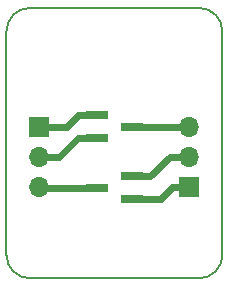
<source format=gbr>
G04 #@! TF.GenerationSoftware,KiCad,Pcbnew,5.0.1-33cea8e~68~ubuntu18.10.1*
G04 #@! TF.CreationDate,2018-11-20T09:40:52+02:00*
G04 #@! TF.ProjectId,BRK-SOT-23-3,42524B2D534F542D32332D332E6B6963,v1.0*
G04 #@! TF.SameCoordinates,Original*
G04 #@! TF.FileFunction,Copper,L1,Top,Signal*
G04 #@! TF.FilePolarity,Positive*
%FSLAX46Y46*%
G04 Gerber Fmt 4.6, Leading zero omitted, Abs format (unit mm)*
G04 Created by KiCad (PCBNEW 5.0.1-33cea8e~68~ubuntu18.10.1) date ti 20. marraskuuta 2018 09.40.52*
%MOMM*%
%LPD*%
G01*
G04 APERTURE LIST*
G04 #@! TA.AperFunction,NonConductor*
%ADD10C,0.150000*%
G04 #@! TD*
G04 #@! TA.AperFunction,ComponentPad*
%ADD11O,1.700000X1.700000*%
G04 #@! TD*
G04 #@! TA.AperFunction,ComponentPad*
%ADD12R,1.700000X1.700000*%
G04 #@! TD*
G04 #@! TA.AperFunction,SMDPad,CuDef*
%ADD13R,1.900000X0.800000*%
G04 #@! TD*
G04 #@! TA.AperFunction,Conductor*
%ADD14C,0.600000*%
G04 #@! TD*
G04 APERTURE END LIST*
D10*
X68300000Y-70900000D02*
G75*
G02X66300000Y-72900000I-2000000J0D01*
G01*
X52000000Y-72900000D02*
G75*
G02X50000000Y-70900000I0J2000000D01*
G01*
X66300000Y-50000000D02*
G75*
G02X68300000Y-52000000I0J-2000000D01*
G01*
X50000000Y-52000000D02*
G75*
G02X52000000Y-50000000I2000000J0D01*
G01*
X66300000Y-72900000D02*
X52000000Y-72900000D01*
X68300000Y-52000000D02*
X68300000Y-70900000D01*
X52000000Y-50000000D02*
X66300000Y-50000000D01*
X50000000Y-70900000D02*
X50000000Y-52000000D01*
D11*
G04 #@! TO.P,J2,3*
G04 #@! TO.N,Net-(J2-Pad3)*
X65500000Y-60100000D03*
G04 #@! TO.P,J2,2*
G04 #@! TO.N,Net-(J2-Pad2)*
X65500000Y-62640000D03*
D12*
G04 #@! TO.P,J2,1*
G04 #@! TO.N,Net-(J2-Pad1)*
X65500000Y-65180000D03*
G04 #@! TD*
G04 #@! TO.P,J1,1*
G04 #@! TO.N,Net-(J1-Pad1)*
X52800000Y-60100000D03*
D11*
G04 #@! TO.P,J1,2*
G04 #@! TO.N,Net-(J1-Pad2)*
X52800000Y-62640000D03*
G04 #@! TO.P,J1,3*
G04 #@! TO.N,Net-(J1-Pad3)*
X52800000Y-65180000D03*
G04 #@! TD*
D13*
G04 #@! TO.P,U2,3*
G04 #@! TO.N,Net-(J1-Pad3)*
X57650000Y-65230000D03*
G04 #@! TO.P,U2,2*
G04 #@! TO.N,Net-(J2-Pad2)*
X60650000Y-64280000D03*
G04 #@! TO.P,U2,1*
G04 #@! TO.N,Net-(J2-Pad1)*
X60650000Y-66180000D03*
G04 #@! TD*
G04 #@! TO.P,U1,1*
G04 #@! TO.N,Net-(J1-Pad1)*
X57650000Y-59100000D03*
G04 #@! TO.P,U1,2*
G04 #@! TO.N,Net-(J1-Pad2)*
X57650000Y-61000000D03*
G04 #@! TO.P,U1,3*
G04 #@! TO.N,Net-(J2-Pad3)*
X60650000Y-60050000D03*
G04 #@! TD*
D14*
G04 #@! TO.N,Net-(J1-Pad1)*
X56100000Y-59100000D02*
X55100000Y-60100000D01*
X57650000Y-59100000D02*
X56100000Y-59100000D01*
X55100000Y-60100000D02*
X52800000Y-60100000D01*
G04 #@! TO.N,Net-(J1-Pad2)*
X56100000Y-61000000D02*
X54450000Y-62650000D01*
X57650000Y-61000000D02*
X56100000Y-61000000D01*
X54440000Y-62640000D02*
X52800000Y-62640000D01*
X54450000Y-62650000D02*
X54440000Y-62640000D01*
G04 #@! TO.N,Net-(J2-Pad3)*
X65450000Y-60050000D02*
X65500000Y-60100000D01*
X60650000Y-60050000D02*
X65450000Y-60050000D01*
G04 #@! TO.N,Net-(J1-Pad3)*
X52850000Y-65230000D02*
X52800000Y-65180000D01*
X57650000Y-65230000D02*
X52850000Y-65230000D01*
G04 #@! TO.N,Net-(J2-Pad2)*
X63840000Y-62640000D02*
X65500000Y-62640000D01*
X60650000Y-64280000D02*
X62200000Y-64280000D01*
X62200000Y-64280000D02*
X63840000Y-62640000D01*
G04 #@! TO.N,Net-(J2-Pad1)*
X60650000Y-66180000D02*
X63070000Y-66180000D01*
X63070000Y-66180000D02*
X64050000Y-65200000D01*
X65480000Y-65200000D02*
X65500000Y-65180000D01*
X64050000Y-65200000D02*
X65480000Y-65200000D01*
G04 #@! TD*
M02*

</source>
